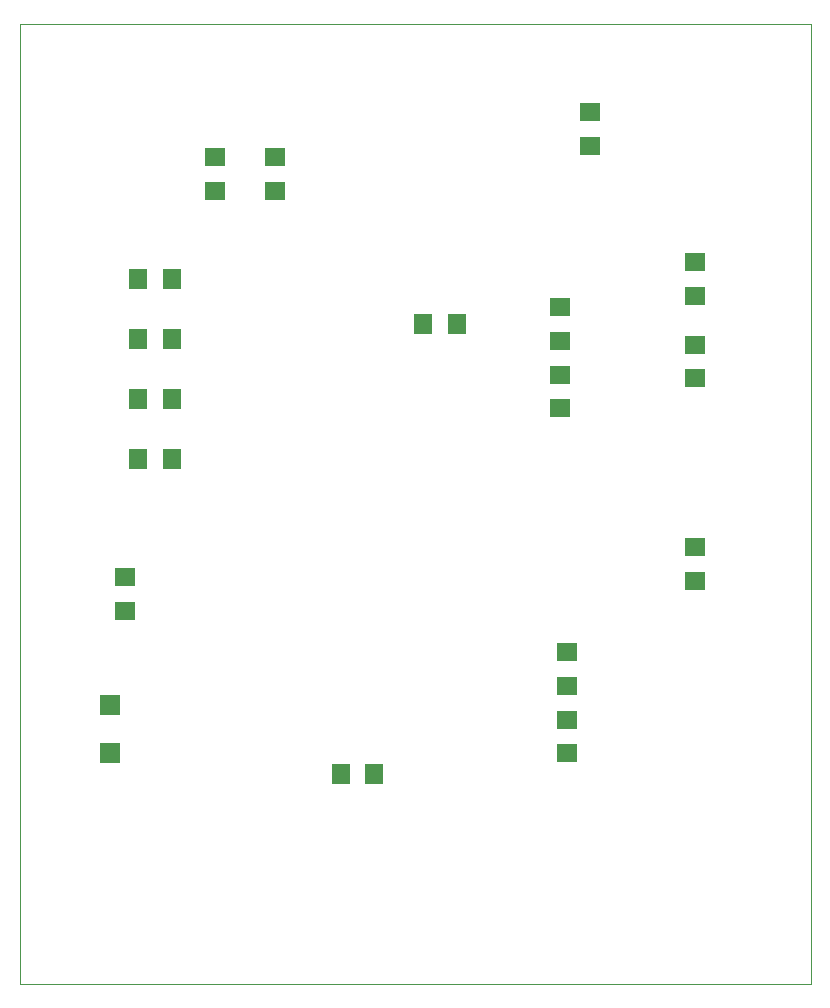
<source format=gbp>
G75*
%MOIN*%
%OFA0B0*%
%FSLAX25Y25*%
%IPPOS*%
%LPD*%
%AMOC8*
5,1,8,0,0,1.08239X$1,22.5*
%
%ADD10C,0.00000*%
%ADD11R,0.06693X0.07087*%
%ADD12R,0.06299X0.07087*%
%ADD13R,0.07098X0.06299*%
%ADD14R,0.06299X0.07098*%
D10*
X0073539Y0005833D02*
X0073539Y0325833D01*
X0337240Y0325833D01*
X0337240Y0005833D01*
X0073539Y0005833D01*
D11*
X0103539Y0082762D03*
X0103539Y0098904D03*
D12*
X0180527Y0075833D03*
X0191551Y0075833D03*
D13*
X0256039Y0082735D03*
X0256039Y0093932D03*
X0256039Y0105235D03*
X0256039Y0116432D03*
X0298539Y0140235D03*
X0298539Y0151432D03*
X0253539Y0197735D03*
X0253539Y0208932D03*
X0253539Y0220235D03*
X0253539Y0231432D03*
X0298539Y0235235D03*
X0298539Y0246432D03*
X0298539Y0218932D03*
X0298539Y0207735D03*
X0263539Y0285235D03*
X0263539Y0296432D03*
X0158539Y0281432D03*
X0158539Y0270235D03*
X0138539Y0270235D03*
X0138539Y0281432D03*
X0108539Y0141432D03*
X0108539Y0130235D03*
D14*
X0112941Y0180833D03*
X0124138Y0180833D03*
X0124138Y0200833D03*
X0112941Y0200833D03*
X0112941Y0220833D03*
X0124138Y0220833D03*
X0124138Y0240833D03*
X0112941Y0240833D03*
X0207941Y0225833D03*
X0219138Y0225833D03*
M02*

</source>
